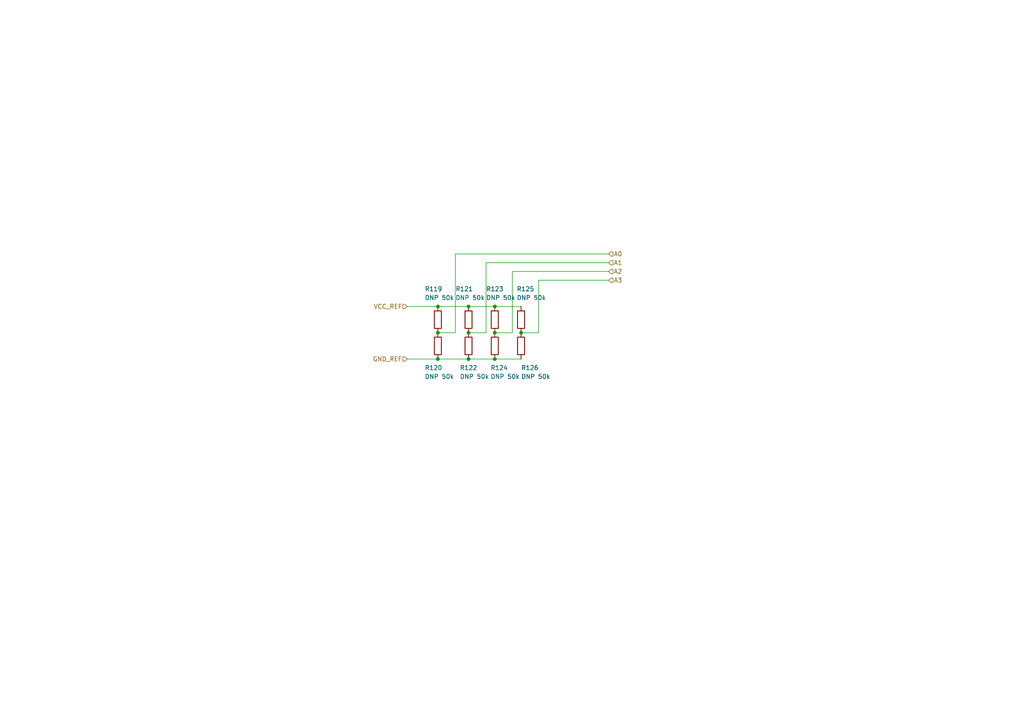
<source format=kicad_sch>
(kicad_sch (version 20211123) (generator eeschema)
  (paper "A4")
  (lib_symbols
    (symbol "Device:R" (pin_numbers hide) (pin_names (offset 0))
      (property "Reference" "R" (at 2.032 0 90))
      (property "Value" "R" (at 0 0 90))
      (symbol "R_0_1"
        (rectangle (start -1.016 -2.54) (end 1.016 2.54) (stroke (width 0.254)))
      )
      (symbol "R_1_1"
        (pin passive line (at 0 3.81 270) (length 1.27) (name "~") (number "1"))
        (pin passive line (at 0 -3.81 90) (length 1.27) (name "~") (number "2"))
      )
    )
  )
  (junction (at 127 88.9))
  (junction (at 135.89 104.14))
  (junction (at 135.89 96.52))
  (junction (at 143.51 96.52))
  (junction (at 127 104.14))
  (junction (at 143.51 104.14))
  (junction (at 127 96.52))
  (junction (at 151.13 96.52))
  (junction (at 143.51 88.9))
  (junction (at 135.89 88.9))
  (wire (pts (xy 140.97 96.52) (xy 140.97 76.2)))
  (wire (pts (xy 127 88.9) (xy 118.11 88.9)))
  (wire (pts (xy 143.51 104.14) (xy 135.89 104.14)))
  (wire (pts (xy 132.08 73.66) (xy 176.53 73.66)))
  (wire (pts (xy 143.51 88.9) (xy 135.89 88.9)))
  (wire (pts (xy 127 96.52) (xy 132.08 96.52)))
  (wire (pts (xy 151.13 88.9) (xy 143.51 88.9)))
  (wire (pts (xy 151.13 96.52) (xy 156.21 96.52)))
  (wire (pts (xy 148.59 78.74) (xy 176.53 78.74)))
  (wire (pts (xy 132.08 96.52) (xy 132.08 73.66)))
  (wire (pts (xy 135.89 96.52) (xy 140.97 96.52)))
  (wire (pts (xy 135.89 88.9) (xy 127 88.9)))
  (wire (pts (xy 143.51 96.52) (xy 148.59 96.52)))
  (wire (pts (xy 176.53 76.2) (xy 140.97 76.2)))
  (wire (pts (xy 156.21 81.28) (xy 176.53 81.28)))
  (wire (pts (xy 156.21 96.52) (xy 156.21 81.28)))
  (wire (pts (xy 135.89 104.14) (xy 127 104.14)))
  (wire (pts (xy 151.13 104.14) (xy 143.51 104.14)))
  (wire (pts (xy 127 104.14) (xy 118.11 104.14)))
  (wire (pts (xy 148.59 96.52) (xy 148.59 78.74)))
  (hierarchical_label "VCC_REF" (shape input) (at 118.11 88.9 180))
  (hierarchical_label "GND_REF" (shape input) (at 118.11 104.14 180))
  (hierarchical_label "A1" (shape input) (at 176.53 76.2 0))
  (hierarchical_label "A2" (shape input) (at 176.53 78.74 0))
  (hierarchical_label "A0" (shape input) (at 176.53 73.66 0))
  (hierarchical_label "A3" (shape input) (at 176.53 81.28 0))
  (symbol (lib_id "Device:R") (at 135.89 92.71 0)
    (property "Reference" "R121" (at 132.08 83.82 0) (effects (justify left)))
    (property "Value" "DNP 50k" (at 132.08 86.36 0) (effects (justify left)))
    (property "Footprint" "Resistor_SMD:R_0603_1608Metric_Pad0.98x0.95mm_HandSolder" (effects hide))
    (property "Part Number" "-" (effects hide))
    (property "Manufacturer" "-" (effects hide))
  )
  (symbol (lib_id "Device:R") (at 135.89 100.33 0)
    (property "Reference" "R122" (at 133.35 106.68 0) (effects (justify left)))
    (property "Value" "DNP 50k" (at 133.35 109.22 0) (effects (justify left)))
    (property "Footprint" "Resistor_SMD:R_0603_1608Metric_Pad0.98x0.95mm_HandSolder" (effects hide))
    (property "Part Number" "-" (effects hide))
    (property "Manufacturer" "-" (effects hide))
  )
  (symbol (lib_id "Device:R") (at 127 92.71 0)
    (property "Reference" "R119" (at 123.19 83.82 0) (effects (justify left)))
    (property "Value" "DNP 50k" (at 123.19 86.36 0) (effects (justify left)))
    (property "Footprint" "Resistor_SMD:R_0603_1608Metric_Pad0.98x0.95mm_HandSolder" (effects hide))
    (property "Part Number" "-" (effects hide))
    (property "Manufacturer" "-" (effects hide))
  )
  (symbol (lib_id "Device:R") (at 127 100.33 0)
    (property "Reference" "R120" (at 123.19 106.68 0) (effects (justify left)))
    (property "Value" "DNP 50k" (at 123.19 109.22 0) (effects (justify left)))
    (property "Footprint" "Resistor_SMD:R_0603_1608Metric_Pad0.98x0.95mm_HandSolder" (effects hide))
    (property "Part Number" "-" (effects hide))
    (property "Manufacturer" "-" (effects hide))
  )
  (symbol (lib_id "Device:R") (at 143.51 92.71 0)
    (property "Reference" "R123" (at 140.97 83.82 0) (effects (justify left)))
    (property "Value" "DNP 50k" (at 140.97 86.36 0) (effects (justify left)))
    (property "Footprint" "Resistor_SMD:R_0603_1608Metric_Pad0.98x0.95mm_HandSolder" (effects hide))
    (property "Part Number" "-" (effects hide))
    (property "Manufacturer" "-" (effects hide))
  )
  (symbol (lib_id "Device:R") (at 143.51 100.33 0)
    (property "Reference" "R124" (at 142.24 106.68 0) (effects (justify left)))
    (property "Value" "DNP 50k" (at 142.24 109.22 0) (effects (justify left)))
    (property "Footprint" "Resistor_SMD:R_0603_1608Metric_Pad0.98x0.95mm_HandSolder" (effects hide))
    (property "Part Number" "-" (effects hide))
    (property "Manufacturer" "-" (effects hide))
  )
  (symbol (lib_id "Device:R") (at 151.13 92.71 0)
    (property "Reference" "R125" (at 149.86 83.82 0) (effects (justify left)))
    (property "Value" "DNP 50k" (at 149.86 86.36 0) (effects (justify left)))
    (property "Footprint" "Resistor_SMD:R_0603_1608Metric_Pad0.98x0.95mm_HandSolder" (effects hide))
    (property "Part Number" "-" (effects hide))
    (property "Manufacturer" "-" (effects hide))
  )
  (symbol (lib_id "Device:R") (at 151.13 100.33 0)
    (property "Reference" "R126" (at 151.13 106.68 0) (effects (justify left)))
    (property "Value" "DNP 50k" (at 151.13 109.22 0) (effects (justify left)))
    (property "Footprint" "Resistor_SMD:R_0603_1608Metric_Pad0.98x0.95mm_HandSolder" (effects hide))
    (property "Part Number" "-" (effects hide))
    (property "Manufacturer" "-" (effects hide))
  )
)
</source>
